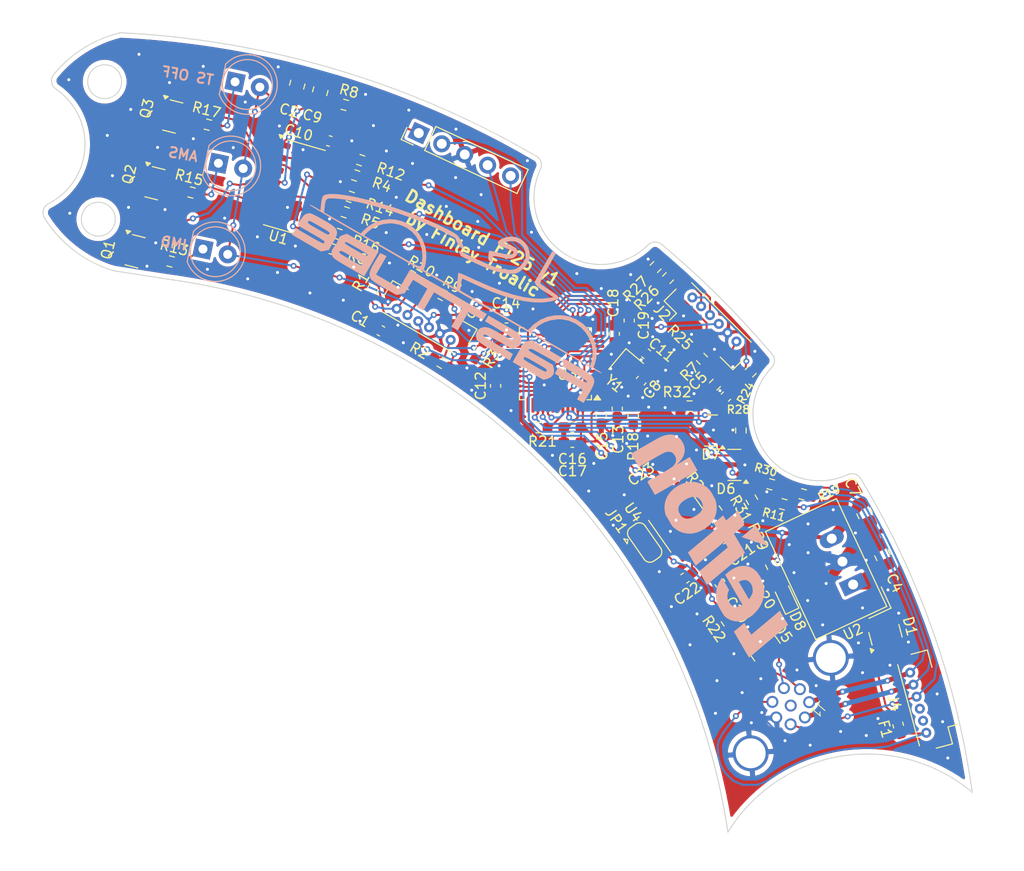
<source format=kicad_pcb>
(kicad_pcb
	(version 20240108)
	(generator "pcbnew")
	(generator_version "8.0")
	(general
		(thickness 1.6)
		(legacy_teardrops no)
	)
	(paper "A4")
	(layers
		(0 "F.Cu" signal)
		(31 "B.Cu" signal)
		(32 "B.Adhes" user "B.Adhesive")
		(33 "F.Adhes" user "F.Adhesive")
		(34 "B.Paste" user)
		(35 "F.Paste" user)
		(36 "B.SilkS" user "B.Silkscreen")
		(37 "F.SilkS" user "F.Silkscreen")
		(38 "B.Mask" user)
		(39 "F.Mask" user)
		(40 "Dwgs.User" user "User.Drawings")
		(41 "Cmts.User" user "User.Comments")
		(42 "Eco1.User" user "User.Eco1")
		(43 "Eco2.User" user "User.Eco2")
		(44 "Edge.Cuts" user)
		(45 "Margin" user)
		(46 "B.CrtYd" user "B.Courtyard")
		(47 "F.CrtYd" user "F.Courtyard")
		(48 "B.Fab" user)
		(49 "F.Fab" user)
		(50 "User.1" user)
		(51 "User.2" user)
		(52 "User.3" user)
		(53 "User.4" user)
		(54 "User.5" user)
		(55 "User.6" user)
		(56 "User.7" user)
		(57 "User.8" user)
		(58 "User.9" user)
	)
	(setup
		(pad_to_mask_clearance 0)
		(allow_soldermask_bridges_in_footprints no)
		(pcbplotparams
			(layerselection 0x00010fc_ffffffff)
			(plot_on_all_layers_selection 0x0000000_00000000)
			(disableapertmacros no)
			(usegerberextensions no)
			(usegerberattributes yes)
			(usegerberadvancedattributes yes)
			(creategerberjobfile yes)
			(dashed_line_dash_ratio 12.000000)
			(dashed_line_gap_ratio 3.000000)
			(svgprecision 4)
			(plotframeref no)
			(viasonmask no)
			(mode 1)
			(useauxorigin no)
			(hpglpennumber 1)
			(hpglpenspeed 20)
			(hpglpendiameter 15.000000)
			(pdf_front_fp_property_popups yes)
			(pdf_back_fp_property_popups yes)
			(dxfpolygonmode yes)
			(dxfimperialunits yes)
			(dxfusepcbnewfont yes)
			(psnegative no)
			(psa4output no)
			(plotreference yes)
			(plotvalue yes)
			(plotfptext yes)
			(plotinvisibletext no)
			(sketchpadsonfab no)
			(subtractmaskfromsilk no)
			(outputformat 1)
			(mirror no)
			(drillshape 0)
			(scaleselection 1)
			(outputdirectory "export/")
		)
	)
	(net 0 "")
	(net 1 "GND")
	(net 2 "Net-(U3-PF0)")
	(net 3 "Net-(U3-PF1)")
	(net 4 "+3.3V")
	(net 5 "/NRST")
	(net 6 "/CAN/Vref")
	(net 7 "/CANH")
	(net 8 "/CANL")
	(net 9 "Net-(D1-A)")
	(net 10 "Net-(JP1-C)")
	(net 11 "Net-(Q1-D)")
	(net 12 "Net-(Q1-G)")
	(net 13 "Net-(Q2-D)")
	(net 14 "Net-(Q2-G)")
	(net 15 "Net-(Q3-G)")
	(net 16 "Net-(U3-BOOT0)")
	(net 17 "Net-(U4-Rs)")
	(net 18 "+24V")
	(net 19 "unconnected-(U3-PA6-Pad16)")
	(net 20 "unconnected-(U3-PB2-Pad20)")
	(net 21 "/CAN/CAN_RX")
	(net 22 "unconnected-(U3-PC15-Pad4)")
	(net 23 "unconnected-(U3-PB14-Pad27)")
	(net 24 "/R2D_BTN")
	(net 25 "unconnected-(U3-PB7-Pad43)")
	(net 26 "/TS ON_BTN")
	(net 27 "Net-(Q3-D)")
	(net 28 "Net-(D2-K)")
	(net 29 "unconnected-(U3-PA15-Pad38)")
	(net 30 "/SWCLK")
	(net 31 "/SDC_In")
	(net 32 "Net-(D3-K)")
	(net 33 "/LEDs/IMD_LED")
	(net 34 "unconnected-(U3-PB12-Pad25)")
	(net 35 "/CAN/CAN_TX")
	(net 36 "unconnected-(U3-PC14-Pad3)")
	(net 37 "/LEDs/AMS_LED")
	(net 38 "/RaceMode_Out")
	(net 39 "Net-(D4-K)")
	(net 40 "unconnected-(U3-PA10-Pad31)")
	(net 41 "/LEDs/TSOFF_LED")
	(net 42 "unconnected-(J1-Pin_8-Pad8)")
	(net 43 "unconnected-(U3-PB9-Pad46)")
	(net 44 "unconnected-(U3-PA8-Pad29)")
	(net 45 "unconnected-(U3-PA9-Pad30)")
	(net 46 "/SWDIO")
	(net 47 "/SDC_Out")
	(net 48 "Net-(J2-Pin_2)")
	(net 49 "Net-(J2-Pin_3)")
	(net 50 "Net-(J2-Pin_6)")
	(net 51 "Net-(J2-Pin_1)")
	(net 52 "Net-(J3-Pin_4)")
	(net 53 "Net-(J3-Pin_6)")
	(net 54 "Net-(J3-Pin_1)")
	(net 55 "Net-(J3-Pin_5)")
	(net 56 "unconnected-(J4-Pin_2-Pad2)")
	(net 57 "unconnected-(J4-Pin_3-Pad3)")
	(net 58 "/TS ON_R")
	(net 59 "/TS ON_G")
	(net 60 "Net-(R12-Pad1)")
	(net 61 "Net-(R14-Pad1)")
	(net 62 "Net-(R16-Pad1)")
	(net 63 "/TS ON_B")
	(net 64 "/R2D_R")
	(net 65 "/R2D_G")
	(net 66 "/R2D_B")
	(net 67 "Net-(U1-Pad12)")
	(net 68 "unconnected-(U3-PB10-Pad21)")
	(net 69 "unconnected-(U3-PB13-Pad26)")
	(net 70 "unconnected-(U3-PB11-Pad22)")
	(net 71 "Net-(D8-A)")
	(net 72 "/LEDs/~{Power_on_test}")
	(net 73 "unconnected-(U3-PB6-Pad42)")
	(net 74 "/SDC_In_3V3")
	(net 75 "/SDC_Out_3V3")
	(net 76 "/RMode_Out_3V3")
	(net 77 "+24V_prot")
	(footprint "Capacitor_SMD:C_0805_2012Metric_Pad1.18x1.45mm_HandSolder" (layer "F.Cu") (at 158.2 100 -65))
	(footprint "Resistor_SMD:R_0603_1608Metric_Pad0.98x0.95mm_HandSolder" (layer "F.Cu") (at 138.5 76.4 45))
	(footprint "Resistor_SMD:R_0603_1608Metric_Pad0.98x0.95mm_HandSolder" (layer "F.Cu") (at 88.616745 74.738288 -14))
	(footprint "Resistor_SMD:R_0603_1608Metric_Pad0.98x0.95mm_HandSolder" (layer "F.Cu") (at 143.34 99.77 125))
	(footprint "Resistor_SMD:R_0603_1608Metric_Pad0.98x0.95mm_HandSolder" (layer "F.Cu") (at 135 90.2125 90))
	(footprint "Capacitor_SMD:C_0603_1608Metric_Pad1.08x0.95mm_HandSolder" (layer "F.Cu") (at 135.8 86.7 -130))
	(footprint "Capacitor_SMD:C_0603_1608Metric_Pad1.08x0.95mm_HandSolder" (layer "F.Cu") (at 140.19471 106.506519 35))
	(footprint "Dashboard:JST_GH_THT_1x06-1MP_P1.25mm_Vertical" (layer "F.Cu") (at 164.507096 122.25817 105))
	(footprint "Crystal:Crystal_SMD_2016-4Pin_2.0x1.6mm" (layer "F.Cu") (at 134.286051 85.261754 -130))
	(footprint "Resistor_SMD:R_0603_1608Metric_Pad0.98x0.95mm_HandSolder" (layer "F.Cu") (at 106.132246 69.801513 161))
	(footprint "Resistor_SMD:R_0603_1608Metric_Pad0.98x0.95mm_HandSolder" (layer "F.Cu") (at 115.9 78.1 150))
	(footprint "Resistor_SMD:R_0603_1608Metric_Pad0.98x0.95mm_HandSolder" (layer "F.Cu") (at 107.173379 66.107442 -19))
	(footprint "Resistor_SMD:R_0603_1608Metric_Pad0.98x0.95mm_HandSolder" (layer "F.Cu") (at 150.05 99.1 165))
	(footprint "LED_SMD:LED_0603_1608Metric_Pad1.05x0.95mm_HandSolder" (layer "F.Cu") (at 150.25 108.325 115))
	(footprint "Resistor_SMD:R_0603_1608Metric_Pad0.98x0.95mm_HandSolder" (layer "F.Cu") (at 119.6 83.7 60))
	(footprint "Dashboard:Phoenix_SACC-DSI-M8FS-8CON-M10" (layer "F.Cu") (at 150.8 119.3 -130))
	(footprint "Package_QFP:LQFP-48_7x7mm_P0.5mm" (layer "F.Cu") (at 127.2 85 180))
	(footprint "Dashboard:JST_GH_THT_1x06-1MP_P1.25mm_Vertical" (layer "F.Cu") (at 116.935336 82.685464 150))
	(footprint "Resistor_SMD:R_0603_1608Metric_Pad0.98x0.95mm_HandSolder" (layer "F.Cu") (at 146.9 98.65 120))
	(footprint "Resistor_SMD:R_0603_1608Metric_Pad0.98x0.95mm_HandSolder" (layer "F.Cu") (at 106.075 59.025 -15))
	(footprint "Capacitor_SMD:C_0603_1608Metric_Pad1.08x0.95mm_HandSolder" (layer "F.Cu") (at 122.3 80.4 180))
	(footprint "Capacitor_SMD:C_0805_2012Metric_Pad1.18x1.45mm_HandSolder" (layer "F.Cu") (at 160 104.2 115))
	(footprint "Capacitor_SMD:C_0603_1608Metric_Pad1.08x0.95mm_HandSolder" (layer "F.Cu") (at 137.001229 97.111809 35))
	(footprint "Resistor_SMD:R_0603_1608Metric_Pad0.98x0.95mm_HandSolder" (layer "F.Cu") (at 152 98.1 165))
	(footprint "Package_TO_SOT_SMD:SOT-23" (layer "F.Cu") (at 148.09471 113.406519 -55))
	(footprint "Resistor_SMD:R_0603_1608Metric_Pad0.98x0.95mm_HandSolder" (layer "F.Cu") (at 146.9 109.1 -55))
	(footprint "Resistor_SMD:R_0603_1608Metric_Pad0.98x0.95mm_HandSolder" (layer "F.Cu") (at 106.625 68.25 -19))
	(footprint "Package_TO_SOT_SMD:SOT-23" (layer "F.Cu") (at 145.15 95.15 180))
	(footprint "Capacitor_SMD:C_0603_1608Metric_Pad1.08x0.95mm_HandSolder" (layer "F.Cu") (at 133.4 89.5 -90))
	(footprint "Resistor_SMD:R_0603_1608Metric_Pad0.98x0.95mm_HandSolder" (layer "F.Cu") (at 107.675 64.575 -19))
	(footprint "Jumper:SolderJumper-3_P1.3mm_Open_RoundedPad1.0x1.5mm" (layer "F.Cu") (at 136.14906 102.941621 -55))
	(footprint "Resistor_SMD:R_0603_1608Metric_Pad0.98x0.95mm_HandSolder" (layer "F.Cu") (at 92.350348 61.013198 166))
	(footprint "Resistor_SMD:R_0603_1608Metric_Pad0.98x0.95mm_HandSolder" (layer "F.Cu") (at 140.65 89.25))
	(footprint "Resistor_SMD:R_0603_1608Metric_Pad0.98x0.95mm_HandSolder" (layer "F.Cu") (at 145.8 91.7 90))
	(footprint "Resistor_SMD:R_0603_1608Metric_Pad0.98x0.95mm_HandSolder" (layer "F.Cu") (at 115.8 84.9 150))
	(footprint "Capacitor_SMD:C_0603_1608Metric_Pad1.08x0.95mm_HandSolder" (layer "F.Cu") (at 121.2 87.2125 90))
	(footprint "Capacitor_SMD:C_0603_1608Metric_Pad1.08x0.95mm_HandSolder"
		(layer "F.Cu")
		(uuid "7ae7efaa-83e6-4226-8d4e-fada734399dc")
		(at 134.6 80.6625 90)
		(descr "Capacitor SMD 0603 (1608 Metric), square (rectangular) end terminal, IPC_7351 nominal with elongated pad for handsoldering. (Body size source: IPC-SM-782 page 76, https://www.pcb-3d.com/wordpress/wp-content/uploads/ipc-sm-782a_amendment_1_and_2.pdf), generated with kicad-footprint-generator")
		(tags "capacitor handsolder")
		(property "Reference" "C19"
			(at -0.4875 1.45 90)
			(layer "F.SilkS")
			(uuid "1672c4c4-2498-48b9-97fc-df8fb92d3988")
			(effects
				(font
					(size 1 1)
					(thickness 0.15)
				)
			)
		)
		(property "Value" "1uF"
			(at 0 1.43 90)
			(layer "F.Fab")
			(uuid "e399b199-8c91-498b-83fe-89dbfc5d1bc4")
			(effects
				(font
					(size 1 1)
					(thickness 0.15)
				)
			)
		)
		(property "Footprint" "Capacitor_SMD:C_0603_1608Metric_Pad1.08x0.95mm_HandSolder"
			(at 0 0 90)
			(unlocked yes)
			(layer "F.Fab")
			(hide yes)
			(uuid "96bb9d62-2dd1-47ff-bbe1-72146b31345f")
			(effects
				(font
					(size 1.27 1.27)
					(thickness 0.15)
				)
			)
		)
		(property "Datasheet" ""
			(at 0 0 90)
			(unlocked yes)
			(layer "F.Fab")
			(hide yes)
			(uuid "9a92c2b7-dc85-48a1-9770-afbc61485af2")
			(effects
				(font
					(size 1.27 1.27)
					(thickness 0.15)
				)
			)
		)
		(property "Description" ""
			(at 0 0 90)
			(unlocked yes)
			(layer "F.Fab")
			(hide yes)
			(uuid "2f7f597e-7c43-4340-a101-f9a973ba0cd2")
			(effects
				(font
					(size 1.27 1.27)
					(thickness 0.15)
				)
			)
		)
		(property ki_fp_filters "C_*")
		(path "/dbe62249-595c-4b50-a045-aa4f36385ba8")
		(sheetname "Root")
		(sheetfile "dashboard-FT25.kicad_sch")
		(attr smd)
		(fp_line
			(start -0.146267 -0.51)
			(end 0.146267 -0.51)
			(stroke
				(width 0.12)
				(type solid)
			)
			(layer "F.SilkS")
			(uuid "d61d0f09-2910-4d56-81ab-a29fd66811d8")
		)
		(fp_line
			(start -0.146267 0.51)
			(end 0.146267 0.51)
			(stroke
				(width 0.12)
				(type solid)
			)
			(layer "F.SilkS")
			(uuid "63fb39fe-7b7c-4d5c-9f32-a978648418d2")
		)
		(fp_line
			(start 1.65 -0.73)
			(end 1.65 0.73)
			(stroke
				(width 0.05)
				(type solid)
			)
			(layer "F.CrtYd")
			(uuid "75b73f3c-dfe5-49be-8f87-e131d971234c")
		)
		(fp_line
			(start -1.65 -0.73)
			(end 1.65 -0.73)
			(stroke
				(width 0.05)
				(type solid)
			)
			(layer "F.CrtYd")
			(uuid "eafdb8af-8e97-4fea-b059-3ace1d6c3c33")
		)
		(fp_line
			(start 1.65 0.73)
			(end -1.65 0.73)
			(stroke
				(width 0.05)
				(ty
... [742601 chars truncated]
</source>
